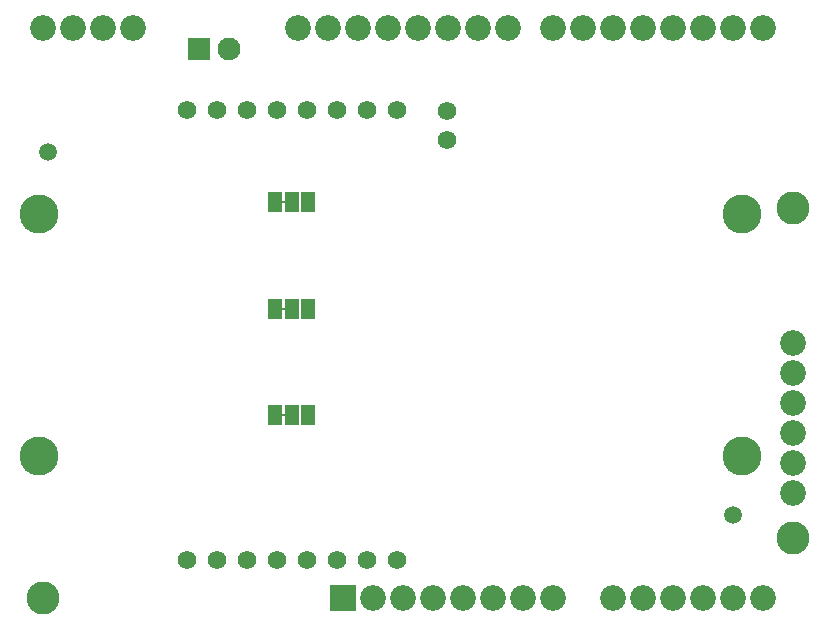
<source format=gbr>
G04 GERBER ASCII OUTPUT FROM: EDWINXP (VER. 1.61 REV. 20080915)*
G04 GERBER FORMAT: RX-274-X*
G04 BOARD: AMICUS_SMARTCARD*
G04 ARTWORK OF SOLD.MASK POSITIVE*
%ASAXBY*%
%FSLAX23Y23*%
%MIA0B0*%
%MOIN*%
%OFA0.0000B0.0000*%
%SFA1B1*%
%IJA0B0*%
%INLAYER30POS*%
%IOA0B0*%
%IPPOS*%
%IR0*%
G04 APERTURE MACROS*
%AMEDWDONUT*
1,1,$1,$2,$3*
1,0,$4,$2,$3*
%
%AMEDWFRECT*
20,1,$1,$2,$3,$4,$5,$6*
%
%AMEDWORECT*
20,1,$1,$2,$3,$4,$5,$10*
20,1,$1,$4,$5,$6,$7,$10*
20,1,$1,$6,$7,$8,$9,$10*
20,1,$1,$8,$9,$2,$3,$10*
1,1,$1,$2,$3*
1,1,$1,$4,$5*
1,1,$1,$6,$7*
1,1,$1,$8,$9*
%
%AMEDWLINER*
20,1,$1,$2,$3,$4,$5,$6*
1,1,$1,$2,$3*
1,1,$1,$4,$5*
%
%AMEDWFTRNG*
4,1,3,$1,$2,$3,$4,$5,$6,$7,$8,$9*
%
%AMEDWATRNG*
4,1,3,$1,$2,$3,$4,$5,$6,$7,$8,$9*
20,1,$11,$1,$2,$3,$4,$10*
20,1,$11,$3,$4,$5,$6,$10*
20,1,$11,$5,$6,$7,$8,$10*
1,1,$11,$3,$4*
1,1,$11,$5,$6*
1,1,$11,$7,$8*
%
%AMEDWOTRNG*
20,1,$1,$2,$3,$4,$5,$8*
20,1,$1,$4,$5,$6,$7,$8*
20,1,$1,$6,$7,$2,$3,$8*
1,1,$1,$2,$3*
1,1,$1,$4,$5*
1,1,$1,$6,$7*
%
G04*
G04 APERTURE LIST*
%ADD10R,0.0650X0.0700*%
%ADD11R,0.0890X0.0940*%
%ADD12R,0.0550X0.0600*%
%ADD13R,0.0790X0.0840*%
%ADD14R,0.0700X0.0650*%
%ADD15R,0.0940X0.0890*%
%ADD16R,0.0600X0.0550*%
%ADD17R,0.0840X0.0790*%
%ADD18R,0.0350X0.0900*%
%ADD19R,0.0590X0.1140*%
%ADD20R,0.0250X0.0800*%
%ADD21R,0.0490X0.1040*%
%ADD22R,0.0760X0.0760*%
%ADD23R,0.1000X0.1000*%
%ADD24R,0.0600X0.0600*%
%ADD25R,0.0840X0.0840*%
%ADD26R,0.0500X0.0580*%
%ADD27R,0.0740X0.0820*%
%ADD28R,0.0400X0.0480*%
%ADD29R,0.0640X0.0720*%
%ADD30R,0.04724X0.06693*%
%ADD31R,0.07124X0.09093*%
%ADD32R,0.03937X0.05906*%
%ADD33R,0.06337X0.08306*%
%ADD34R,0.0860X0.0860*%
%ADD35R,0.1100X0.1100*%
%ADD36R,0.0700X0.0700*%
%ADD37R,0.0940X0.0940*%
%ADD38C,0.00039*%
%ADD40C,0.0010*%
%ADD42C,0.00118*%
%ADD44C,0.0020*%
%ADD45R,0.0020X0.0020*%
%ADD46C,0.0030*%
%ADD47R,0.0030X0.0030*%
%ADD48C,0.0040*%
%ADD49R,0.0040X0.0040*%
%ADD50C,0.0050*%
%ADD51R,0.0050X0.0050*%
%ADD52C,0.00512*%
%ADD53R,0.00512X0.00512*%
%ADD54C,0.00551*%
%ADD55R,0.00551X0.00551*%
%ADD56C,0.00591*%
%ADD57R,0.00591X0.00591*%
%ADD58C,0.00659*%
%ADD59R,0.00659X0.00659*%
%ADD60C,0.00669*%
%ADD62C,0.00787*%
%ADD63R,0.00787X0.00787*%
%ADD64C,0.00799*%
%ADD66C,0.0080*%
%ADD68C,0.00984*%
%ADD69R,0.00984X0.00984*%
%ADD70C,0.0100*%
%ADD71R,0.0100X0.0100*%
%ADD72C,0.01181*%
%ADD74C,0.0120*%
%ADD76C,0.0130*%
%ADD78C,0.0150*%
%ADD79R,0.0150X0.0150*%
%ADD80C,0.01575*%
%ADD82C,0.0160*%
%ADD83R,0.0160X0.0160*%
%ADD84C,0.01698*%
%ADD85R,0.01698X0.01698*%
%ADD86C,0.01797*%
%ADD87R,0.01797X0.01797*%
%ADD88C,0.01895*%
%ADD89R,0.01895X0.01895*%
%ADD90C,0.01969*%
%ADD91R,0.01969X0.01969*%
%ADD92C,0.01994*%
%ADD93R,0.01994X0.01994*%
%ADD94C,0.0200*%
%ADD96C,0.02092*%
%ADD97R,0.02092X0.02092*%
%ADD98C,0.02191*%
%ADD99R,0.02191X0.02191*%
%ADD100C,0.02289*%
%ADD101R,0.02289X0.02289*%
%ADD102C,0.02387*%
%ADD103R,0.02387X0.02387*%
%ADD104C,0.0240*%
%ADD105R,0.0240X0.0240*%
%ADD106C,0.0240*%
%ADD107R,0.0240X0.0240*%
%ADD108C,0.02486*%
%ADD109R,0.02486X0.02486*%
%ADD110C,0.0250*%
%ADD111R,0.0250X0.0250*%
%ADD112C,0.02584*%
%ADD113R,0.02584X0.02584*%
%ADD114C,0.02683*%
%ADD115R,0.02683X0.02683*%
%ADD116C,0.0290*%
%ADD117R,0.0290X0.0290*%
%ADD118C,0.02912*%
%ADD119R,0.02912X0.02912*%
%ADD120C,0.02951*%
%ADD121R,0.02951X0.02951*%
%ADD122C,0.02978*%
%ADD123R,0.02978X0.02978*%
%ADD124C,0.02991*%
%ADD125R,0.02991X0.02991*%
%ADD126C,0.0300*%
%ADD127R,0.0300X0.0300*%
%ADD128C,0.03059*%
%ADD129R,0.03059X0.03059*%
%ADD130C,0.03069*%
%ADD131R,0.03069X0.03069*%
%ADD132C,0.03076*%
%ADD133R,0.03076X0.03076*%
%ADD134C,0.03175*%
%ADD135R,0.03175X0.03175*%
%ADD136C,0.03199*%
%ADD137R,0.03199X0.03199*%
%ADD138C,0.0320*%
%ADD139R,0.0320X0.0320*%
%ADD140C,0.0347*%
%ADD141R,0.0347X0.0347*%
%ADD142C,0.0350*%
%ADD143R,0.0350X0.0350*%
%ADD144C,0.03569*%
%ADD145R,0.03569X0.03569*%
%ADD146C,0.0360*%
%ADD148C,0.03667*%
%ADD149R,0.03667X0.03667*%
%ADD150C,0.0370*%
%ADD152C,0.03765*%
%ADD153R,0.03765X0.03765*%
%ADD154C,0.0390*%
%ADD155R,0.0390X0.0390*%
%ADD156C,0.03937*%
%ADD157R,0.03937X0.03937*%
%ADD158C,0.03975*%
%ADD160C,0.0400*%
%ADD161R,0.0400X0.0400*%
%ADD162C,0.04061*%
%ADD163R,0.04061X0.04061*%
%ADD164C,0.04159*%
%ADD165R,0.04159X0.04159*%
%ADD166C,0.04173*%
%ADD167R,0.04173X0.04173*%
%ADD168C,0.04257*%
%ADD169R,0.04257X0.04257*%
%ADD170C,0.0440*%
%ADD172C,0.0450*%
%ADD173R,0.0450X0.0450*%
%ADD174C,0.04651*%
%ADD175R,0.04651X0.04651*%
%ADD176C,0.0470*%
%ADD177R,0.0470X0.0470*%
%ADD178C,0.04724*%
%ADD179R,0.04724X0.04724*%
%ADD180C,0.0490*%
%ADD181R,0.0490X0.0490*%
%ADD182C,0.0500*%
%ADD183R,0.0500X0.0500*%
%ADD184C,0.05045*%
%ADD185R,0.05045X0.05045*%
%ADD186C,0.05118*%
%ADD187R,0.05118X0.05118*%
%ADD188C,0.05143*%
%ADD189R,0.05143X0.05143*%
%ADD190C,0.05512*%
%ADD191R,0.05512X0.05512*%
%ADD192C,0.0560*%
%ADD194C,0.0570*%
%ADD195R,0.0570X0.0570*%
%ADD196C,0.0590*%
%ADD197R,0.0590X0.0590*%
%ADD198C,0.05906*%
%ADD199R,0.05906X0.05906*%
%ADD200C,0.05931*%
%ADD201R,0.05931X0.05931*%
%ADD202C,0.0600*%
%ADD203R,0.0600X0.0600*%
%ADD204C,0.06029*%
%ADD205R,0.06029X0.06029*%
%ADD206C,0.0620*%
%ADD208C,0.06201*%
%ADD209R,0.06201X0.06201*%
%ADD210C,0.06324*%
%ADD211R,0.06324X0.06324*%
%ADD212C,0.06337*%
%ADD213R,0.06337X0.06337*%
%ADD214C,0.0650*%
%ADD215R,0.0650X0.0650*%
%ADD216C,0.06512*%
%ADD217R,0.06512X0.06512*%
%ADD218C,0.06693*%
%ADD219R,0.06693X0.06693*%
%ADD220C,0.0690*%
%ADD221R,0.0690X0.0690*%
%ADD222C,0.06906*%
%ADD223R,0.06906X0.06906*%
%ADD224C,0.0700*%
%ADD225R,0.0700X0.0700*%
%ADD226C,0.0710*%
%ADD227R,0.0710X0.0710*%
%ADD228C,0.07124*%
%ADD229R,0.07124X0.07124*%
%ADD230C,0.0740*%
%ADD231R,0.0740X0.0740*%
%ADD232C,0.0750*%
%ADD233R,0.0750X0.0750*%
%ADD234C,0.07598*%
%ADD236C,0.0760*%
%ADD237R,0.0760X0.0760*%
%ADD238C,0.07874*%
%ADD240C,0.07912*%
%ADD242C,0.0800*%
%ADD243R,0.0800X0.0800*%
%ADD244C,0.0810*%
%ADD245R,0.0810X0.0810*%
%ADD246C,0.08306*%
%ADD247R,0.08306X0.08306*%
%ADD248C,0.0840*%
%ADD249R,0.0840X0.0840*%
%ADD250C,0.08598*%
%ADD251R,0.08598X0.08598*%
%ADD252C,0.0860*%
%ADD253R,0.0860X0.0860*%
%ADD254C,0.08601*%
%ADD255R,0.08601X0.08601*%
%ADD256C,0.0870*%
%ADD257R,0.0870X0.0870*%
%ADD258C,0.0890*%
%ADD259R,0.0890X0.0890*%
%ADD260C,0.0900*%
%ADD261R,0.0900X0.0900*%
%ADD262C,0.09093*%
%ADD263R,0.09093X0.09093*%
%ADD264C,0.0940*%
%ADD265R,0.0940X0.0940*%
%ADD266C,0.0970*%
%ADD267R,0.0970X0.0970*%
%ADD268C,0.09843*%
%ADD269R,0.09843X0.09843*%
%ADD270C,0.0990*%
%ADD271R,0.0990X0.0990*%
%ADD272C,0.09998*%
%ADD274C,0.1000*%
%ADD275R,0.1000X0.1000*%
%ADD276C,0.10274*%
%ADD277R,0.10274X0.10274*%
%ADD278C,0.1040*%
%ADD279R,0.1040X0.1040*%
%ADD280C,0.10998*%
%ADD281R,0.10998X0.10998*%
%ADD282C,0.1100*%
%ADD283R,0.1100X0.1100*%
%ADD284C,0.1110*%
%ADD285R,0.1110X0.1110*%
%ADD286C,0.1120*%
%ADD287R,0.1120X0.1120*%
%ADD288C,0.1140*%
%ADD289R,0.1140X0.1140*%
%ADD290C,0.1150*%
%ADD291R,0.1150X0.1150*%
%ADD292C,0.1200*%
%ADD293R,0.1200X0.1200*%
%ADD294C,0.1210*%
%ADD295R,0.1210X0.1210*%
%ADD296C,0.1240*%
%ADD297R,0.1240X0.1240*%
%ADD298C,0.1250*%
%ADD299R,0.1250X0.1250*%
%ADD300C,0.12992*%
%ADD301R,0.12992X0.12992*%
%ADD302C,0.1300*%
%ADD303R,0.1300X0.1300*%
%ADD304C,0.1340*%
%ADD305R,0.1340X0.1340*%
%ADD306C,0.1390*%
%ADD307R,0.1390X0.1390*%
%ADD308C,0.1420*%
%ADD309R,0.1420X0.1420*%
%ADD310C,0.1440*%
%ADD311R,0.1440X0.1440*%
%ADD312C,0.1490*%
%ADD313R,0.1490X0.1490*%
%ADD314C,0.1520*%
%ADD315R,0.1520X0.1520*%
%ADD316C,0.15374*%
%ADD317R,0.15374X0.15374*%
%ADD318C,0.1540*%
%ADD319R,0.1540X0.1540*%
%ADD320C,0.1660*%
%ADD321R,0.1660X0.1660*%
%ADD322C,0.17323*%
%ADD324C,0.1760*%
%ADD325R,0.1760X0.1760*%
%ADD326C,0.17774*%
%ADD327R,0.17774X0.17774*%
%ADD328C,0.18504*%
%ADD330C,0.18898*%
%ADD332C,0.20904*%
%ADD334C,0.2126*%
%ADD336C,0.21298*%
%ADD338C,0.22835*%
%ADD341R,0.23622X0.23622*%
%ADD343R,0.24937X0.24937*%
%ADD345R,0.26022X0.26022*%
%ADD347R,0.27337X0.27337*%
%ADD349R,0.31496X0.31496*%
%ADD351R,0.32811X0.32811*%
%ADD353R,0.33896X0.33896*%
%ADD355R,0.35211X0.35211*%
%ADD356C,0.45211*%
%ADD357R,0.45211X0.45211*%
%ADD358C,0.55211*%
%ADD359R,0.55211X0.55211*%
%ADD360C,0.65211*%
%ADD361R,0.65211X0.65211*%
%ADD362C,0.75211*%
%ADD363R,0.75211X0.75211*%
%ADD364C,0.85211*%
%ADD365R,0.85211X0.85211*%
%ADD366C,0.95211*%
%ADD367R,0.95211X0.95211*%
%ADD368C,1.05211*%
%ADD369R,1.05211X1.05211*%
%ADD370C,1.15211*%
%ADD371R,1.15211X1.15211*%
%ADD372C,1.25211*%
%ADD373R,1.25211X1.25211*%
%ADD374C,1.35211*%
%ADD375R,1.35211X1.35211*%
%ADD376C,1.45211*%
%ADD377R,1.45211X1.45211*%
%ADD378C,1.55211*%
%ADD379R,1.55211X1.55211*%
%ADD380C,1.65211*%
%ADD381R,1.65211X1.65211*%
%ADD382C,1.75211*%
%ADD383R,1.75211X1.75211*%
%ADD384C,1.85211*%
%ADD385R,1.85211X1.85211*%
%ADD386C,1.95211*%
%ADD387R,1.95211X1.95211*%
G04*
D252*
X2600Y950D02*D03*
X2600Y850D02*D03*
X2600Y750D02*D03*
X2600Y650D02*D03*
X2600Y550D02*D03*
X2600Y450D02*D03*
X1800Y2000D02*D03*
X1900Y2000D02*D03*
X2000Y2000D02*D03*
X2100Y2000D02*D03*
X2200Y2000D02*D03*
X2300Y2000D02*D03*
X2400Y2000D02*D03*
X2500Y2000D02*D03*
X1300Y100D02*D03*
X1400Y100D02*D03*
X1500Y100D02*D03*
X1600Y100D02*D03*
X1700Y100D02*D03*
X1800Y100D02*D03*
X950Y2000D02*D03*
X1050Y2000D02*D03*
X1150Y2000D02*D03*
X1250Y2000D02*D03*
X1350Y2000D02*D03*
X1450Y2000D02*D03*
X1550Y2000D02*D03*
X1650Y2000D02*D03*
X2000Y100D02*D03*
X2100Y100D02*D03*
X2200Y100D02*D03*
X2300Y100D02*D03*
X2400Y100D02*D03*
X2500Y100D02*D03*
D206*
X581Y226D02*D03*
X681Y226D02*D03*
X781Y226D02*D03*
X881Y226D02*D03*
X981Y226D02*D03*
X1081Y226D02*D03*
X1181Y226D02*D03*
X1281Y226D02*D03*
X1281Y1726D02*D03*
X1181Y1726D02*D03*
X1081Y1726D02*D03*
X981Y1726D02*D03*
X881Y1726D02*D03*
X781Y1726D02*D03*
X681Y1726D02*D03*
X581Y1726D02*D03*
X1447Y1722D02*D03*
X1447Y1624D02*D03*
D198*
X2402Y374D02*D03*
X118Y1585D02*D03*
D302*
X89Y571D02*D03*
X89Y1378D02*D03*
X2431Y1378D02*D03*
X2431Y571D02*D03*
D22* 
X620Y1929D02*D03*
D236*
X720Y1929D02*D03*
D30* 
X876Y709D02*D03*
X930Y709D02*D03*
X984Y709D02*D03*
X876Y1063D02*D03*
X930Y1063D02*D03*
X984Y1063D02*D03*
X876Y1417D02*D03*
X930Y1417D02*D03*
X984Y1417D02*D03*
D252*
X100Y2000D02*D03*
X200Y2000D02*D03*
X300Y2000D02*D03*
X400Y2000D02*D03*
D34* 
X1100Y100D02*D03*
D252*
X1200Y100D02*D03*
D282*
X100Y100D02*D03*
X2600Y1400D02*D03*
X2600Y300D02*D03*
D60* 
X876Y709D02*
X925Y709D01*
X876Y1063D02*
X925Y1063D01*
X876Y1417D02*
X925Y1417D01*
M02*

</source>
